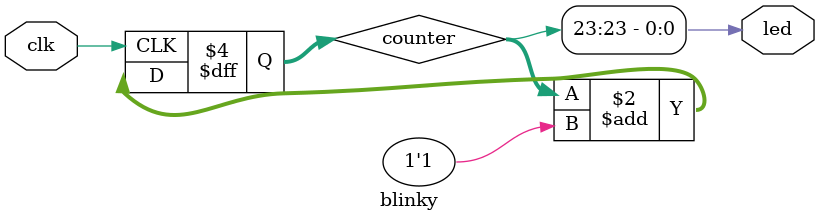
<source format=v>

module blinky(
    input wire clk,
    output wire led
    );

    reg [23:0] counter = 24'd0;

    always @(posedge clk) begin
        counter <= counter + 1'b1;
    end

    assign led = counter[23];
endmodule

</source>
